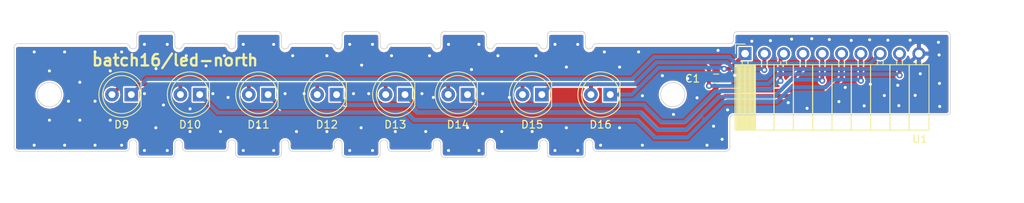
<source format=kicad_pcb>
(kicad_pcb (version 20171130) (host pcbnew "(5.1.6-0-10_14)")
  (layers (0 F.Cu signal) (31 B.Cu signal) (34 B.Paste user) (35 F.Paste user) (36 B.SilkS user) (37 F.SilkS user) (38 B.Mask user) (39 F.Mask user) (44 Edge.Cuts user))
  (net 0 "")
  (net 1 GND)
  (net 2 VCC)
  (net 3 OUT9)
  (net 4 OUT10)
  (net 5 OUT11)
  (net 6 OUT12)
  (net 7 OUT13)
  (net 8 OUT14)
  (net 9 OUT15)
  (net 10 OUT16)
  (module Capacitors_SMD:C_0603_HandSoldering (layer F.Cu) (at 181.2 99.52)
    (fp_text reference C1 (at -3.108 0) (layer F.SilkS))
    (fp_text value C)
    (pad 2 smd rect (at 0.95 0) (size 1.2 0.75) (layers F.Cu F.Paste F.Mask) (net 1 GND))
    (pad 1 smd rect (at -0.95 0) (size 1.2 0.75) (layers F.Cu F.Paste F.Mask) (net 2 VCC))
  )
  (module LEDs:LED_D5.0mm (layer F.Cu) (at 104.27 101.622 180)
    (fp_text reference D9 (at 1.27 -3.96) (layer F.SilkS))
    (fp_text value LED)
    (pad 1 thru_hole rect (at 0 0 180) (size 1.8 1.8) (drill 0.9) (layers *.Cu *.Mask) (net 3 OUT9))
    (pad 2 thru_hole circle (at 2.54 0 180) (size 1.8 1.8) (drill 0.9) (layers *.Cu *.Mask) (net 2 VCC))
  )
  (module LEDs:LED_D5.0mm (layer F.Cu) (at 113.27 101.622 180)
    (fp_text reference D10 (at 1.27 -3.96) (layer F.SilkS))
    (fp_text value LED)
    (pad 2 thru_hole circle (at 2.54 0 180) (size 1.8 1.8) (drill 0.9) (layers *.Cu *.Mask) (net 2 VCC))
    (pad 1 thru_hole rect (at 0 0 180) (size 1.8 1.8) (drill 0.9) (layers *.Cu *.Mask) (net 4 OUT10))
  )
  (module LEDs:LED_D5.0mm (layer F.Cu) (at 122.27 101.622 180)
    (fp_text reference D11 (at 1.27 -3.96) (layer F.SilkS))
    (fp_text value LED)
    (pad 1 thru_hole rect (at 0 0 180) (size 1.8 1.8) (drill 0.9) (layers *.Cu *.Mask) (net 5 OUT11))
    (pad 2 thru_hole circle (at 2.54 0 180) (size 1.8 1.8) (drill 0.9) (layers *.Cu *.Mask) (net 2 VCC))
  )
  (module LEDs:LED_D5.0mm (layer F.Cu) (at 131.27 101.622 180)
    (fp_text reference D12 (at 1.27 -3.96) (layer F.SilkS))
    (fp_text value LED)
    (pad 2 thru_hole circle (at 2.54 0 180) (size 1.8 1.8) (drill 0.9) (layers *.Cu *.Mask) (net 2 VCC))
    (pad 1 thru_hole rect (at 0 0 180) (size 1.8 1.8) (drill 0.9) (layers *.Cu *.Mask) (net 6 OUT12))
  )
  (module LEDs:LED_D5.0mm (layer F.Cu) (at 140.27 101.622 180)
    (fp_text reference D13 (at 1.27 -3.96) (layer F.SilkS))
    (fp_text value LED)
    (pad 1 thru_hole rect (at 0 0 180) (size 1.8 1.8) (drill 0.9) (layers *.Cu *.Mask) (net 7 OUT13))
    (pad 2 thru_hole circle (at 2.54 0 180) (size 1.8 1.8) (drill 0.9) (layers *.Cu *.Mask) (net 2 VCC))
  )
  (module LEDs:LED_D5.0mm (layer F.Cu) (at 148.5 101.622 180)
    (fp_text reference D14 (at 1.27 -3.96) (layer F.SilkS))
    (fp_text value LED)
    (pad 2 thru_hole circle (at 2.54 0 180) (size 1.8 1.8) (drill 0.9) (layers *.Cu *.Mask) (net 2 VCC))
    (pad 1 thru_hole rect (at 0 0 180) (size 1.8 1.8) (drill 0.9) (layers *.Cu *.Mask) (net 8 OUT14))
  )
  (module LEDs:LED_D5.0mm (layer F.Cu) (at 158.27 101.622 180)
    (fp_text reference D15 (at 1.27 -3.96) (layer F.SilkS))
    (fp_text value LED)
    (pad 1 thru_hole rect (at 0 0 180) (size 1.8 1.8) (drill 0.9) (layers *.Cu *.Mask) (net 9 OUT15))
    (pad 2 thru_hole circle (at 2.54 0 180) (size 1.8 1.8) (drill 0.9) (layers *.Cu *.Mask) (net 2 VCC))
  )
  (module LEDs:LED_D5.0mm (layer F.Cu) (at 167.27 101.622 180)
    (fp_text reference D16 (at 1.27 -3.96) (layer F.SilkS))
    (fp_text value LED)
    (pad 2 thru_hole circle (at 2.54 0 180) (size 1.8 1.8) (drill 0.9) (layers *.Cu *.Mask) (net 2 VCC))
    (pad 1 thru_hole rect (at 0 0 180) (size 1.8 1.8) (drill 0.9) (layers *.Cu *.Mask) (net 10 OUT16))
  )
  (module Socket_Strips:Socket_Strip_Angled_1x10_Pitch2.54mm (layer F.Cu) (at 185.005746 96.222 90)
    (fp_text reference U1 (at -11.278 22.994254 180) (layer F.SilkS))
    (fp_text value Conn_02x05)
    (pad 1 thru_hole rect (at 0 0 90) (size 1.7 1.7) (drill 1) (layers *.Cu *.Mask) (net 10 OUT16))
    (pad 2 thru_hole oval (at 0 2.54 90) (size 1.7 1.7) (drill 1) (layers *.Cu *.Mask) (net 9 OUT15))
    (pad 3 thru_hole oval (at 0 5.08 90) (size 1.7 1.7) (drill 1) (layers *.Cu *.Mask) (net 8 OUT14))
    (pad 4 thru_hole oval (at 0 7.62 90) (size 1.7 1.7) (drill 1) (layers *.Cu *.Mask) (net 7 OUT13))
    (pad 5 thru_hole oval (at 0 10.16 90) (size 1.7 1.7) (drill 1) (layers *.Cu *.Mask) (net 6 OUT12))
    (pad 6 thru_hole oval (at 0 12.7 90) (size 1.7 1.7) (drill 1) (layers *.Cu *.Mask) (net 5 OUT11))
    (pad 7 thru_hole oval (at 0 15.24 90) (size 1.7 1.7) (drill 1) (layers *.Cu *.Mask) (net 4 OUT10))
    (pad 8 thru_hole oval (at 0 17.78 90) (size 1.7 1.7) (drill 1) (layers *.Cu *.Mask) (net 3 OUT9))
    (pad 9 thru_hole oval (at 0 20.32 90) (size 1.7 1.7) (drill 1) (layers *.Cu *.Mask) (net 2 VCC))
    (pad 10 thru_hole oval (at 0 22.86 90) (size 1.7 1.7) (drill 1) (layers *.Cu *.Mask) (net 1 GND))
  )
  (gr_line (start 183.5 104.30036) (end 211.5 104.30036) (layer Edge.Cuts) (width 0.1))
  (gr_arc (start 183.5 104.80036) (end 183 104.80036) (angle 90) (layer Edge.Cuts) (width 0.1))
  (gr_line (start 183 104.80036) (end 183 108.60036) (layer Edge.Cuts) (width 0.1))
  (gr_arc (start 182.5 108.60036) (end 183 108.60036) (angle 90) (layer Edge.Cuts) (width 0.1))
  (gr_line (start 183.5 93.8) (end 183.5 94.39964) (layer Edge.Cuts) (width 0.1))
  (gr_line (start 184 93.3) (end 211.5 93.3) (layer Edge.Cuts) (width 0.1))
  (gr_arc (start 184 93.8) (end 183.5 93.8) (angle 90) (layer Edge.Cuts) (width 0.1))
  (gr_arc (start 183 94.39964) (end 183.5 94.39964) (angle 90) (layer Edge.Cuts) (width 0.1))
  (gr_text "batch16/led-north\n" (at 110.02 97.1) (layer F.SilkS) (effects (font (size 1.5 1.5) (thickness 0.3))))
  (gr_arc (start 211.5 103.80036) (end 211.5 104.30036) (angle -90) (layer Edge.Cuts) (width 0.1))
  (gr_circle (center 175.5 101.622) (end 173.9 101.622) (layer Edge.Cuts) (width 0.1))
  (gr_circle (center 93.5 101.622) (end 91.9 101.622) (layer Edge.Cuts) (width 0.1))
  (gr_line (start 212 103.80036) (end 212 93.8) (layer Edge.Cuts) (width 0.1))
  (gr_line (start 165.5 109.10036) (end 182.5 109.10036) (layer Edge.Cuts) (width 0.1))
  (gr_arc (start 165.5 108.60036) (end 165.5 109.10036) (angle 90) (layer Edge.Cuts) (width 0.1))
  (gr_line (start 165 108.10036) (end 165 108.60036) (layer Edge.Cuts) (width 0.1))
  (gr_arc (start 164.5 108.10036) (end 164 108.10036) (angle 180) (layer Edge.Cuts) (width 0.1))
  (gr_line (start 164 109.4) (end 164 108.10036) (layer Edge.Cuts) (width 0.1))
  (gr_arc (start 163.5 109.4) (end 164 109.4) (angle 90) (layer Edge.Cuts) (width 0.1))
  (gr_line (start 159.5 109.9) (end 163.5 109.9) (layer Edge.Cuts) (width 0.1))
  (gr_arc (start 159.5 109.4) (end 159.5 109.9) (angle 90) (layer Edge.Cuts) (width 0.1))
  (gr_line (start 159 108.10036) (end 159 109.4) (layer Edge.Cuts) (width 0.1))
  (gr_arc (start 158.5 108.10036) (end 158 108.10036) (angle 180) (layer Edge.Cuts) (width 0.1))
  (gr_line (start 158 108.60036) (end 158 108.10036) (layer Edge.Cuts) (width 0.1))
  (gr_arc (start 157.5 108.60036) (end 158 108.60036) (angle 90) (layer Edge.Cuts) (width 0.1))
  (gr_line (start 152.5 109.10036) (end 157.5 109.10036) (layer Edge.Cuts) (width 0.1))
  (gr_arc (start 152.5 108.60036) (end 152.5 109.10036) (angle 90) (layer Edge.Cuts) (width 0.1))
  (gr_line (start 152 108.10036) (end 152 108.60036) (layer Edge.Cuts) (width 0.1))
  (gr_arc (start 151.5 108.10036) (end 151 108.10036) (angle 180) (layer Edge.Cuts) (width 0.1))
  (gr_line (start 151 109.400359) (end 151 108.10036) (layer Edge.Cuts) (width 0.1))
  (gr_arc (start 150.5 109.400359) (end 151 109.400359) (angle 90) (layer Edge.Cuts) (width 0.1))
  (gr_line (start 145.5 109.900359) (end 150.5 109.900359) (layer Edge.Cuts) (width 0.1))
  (gr_arc (start 145.5 109.400359) (end 145.5 109.900359) (angle 90) (layer Edge.Cuts) (width 0.1))
  (gr_line (start 145 108.10036) (end 145 109.400359) (layer Edge.Cuts) (width 0.1))
  (gr_arc (start 144.5 108.10036) (end 144 108.10036) (angle 180) (layer Edge.Cuts) (width 0.1))
  (gr_line (start 144 108.60036) (end 144 108.10036) (layer Edge.Cuts) (width 0.1))
  (gr_arc (start 143.5 108.60036) (end 144 108.60036) (angle 90) (layer Edge.Cuts) (width 0.1))
  (gr_line (start 138.5 109.10036) (end 143.5 109.10036) (layer Edge.Cuts) (width 0.1))
  (gr_arc (start 138.5 108.60036) (end 138.5 109.10036) (angle 90) (layer Edge.Cuts) (width 0.1))
  (gr_line (start 138 108.10036) (end 138 108.60036) (layer Edge.Cuts) (width 0.1))
  (gr_arc (start 137.5 108.10036) (end 137 108.10036) (angle 180) (layer Edge.Cuts) (width 0.1))
  (gr_line (start 137 109.4) (end 137 108.10036) (layer Edge.Cuts) (width 0.1))
  (gr_arc (start 136.5 109.4) (end 137 109.4) (angle 90) (layer Edge.Cuts) (width 0.1))
  (gr_line (start 132.5 109.9) (end 136.5 109.9) (layer Edge.Cuts) (width 0.1))
  (gr_arc (start 132.5 109.4) (end 132.5 109.9) (angle 90) (layer Edge.Cuts) (width 0.1))
  (gr_line (start 132 108.10036) (end 132 109.4) (layer Edge.Cuts) (width 0.1))
  (gr_arc (start 131.5 108.10036) (end 131 108.10036) (angle 180) (layer Edge.Cuts) (width 0.1))
  (gr_line (start 131 108.60036) (end 131 108.10036) (layer Edge.Cuts) (width 0.1))
  (gr_arc (start 130.5 108.60036) (end 131 108.60036) (angle 90) (layer Edge.Cuts) (width 0.1))
  (gr_line (start 125.5 109.10036) (end 130.5 109.10036) (layer Edge.Cuts) (width 0.1))
  (gr_arc (start 125.5 108.60036) (end 125.5 109.10036) (angle 89.99999625) (layer Edge.Cuts) (width 0.1))
  (gr_line (start 125 108.10036) (end 125 108.60036) (layer Edge.Cuts) (width 0.1))
  (gr_arc (start 124.5 108.100361) (end 124 108.10036) (angle 179.9999911) (layer Edge.Cuts) (width 0.1))
  (gr_line (start 124 109.400364) (end 124 108.10036) (layer Edge.Cuts) (width 0.1))
  (gr_arc (start 123.5 109.400364) (end 124 109.400364) (angle 90) (layer Edge.Cuts) (width 0.1))
  (gr_line (start 118.5 109.900364) (end 123.5 109.900364) (layer Edge.Cuts) (width 0.1))
  (gr_arc (start 118.5 109.400364) (end 118.5 109.900364) (angle 90) (layer Edge.Cuts) (width 0.1))
  (gr_line (start 118 108.10036) (end 118 109.400364) (layer Edge.Cuts) (width 0.1))
  (gr_arc (start 117.5 108.10036) (end 117 108.10036) (angle 180) (layer Edge.Cuts) (width 0.1))
  (gr_line (start 117 108.60036) (end 117 108.10036) (layer Edge.Cuts) (width 0.1))
  (gr_arc (start 116.5 108.60036) (end 117 108.60036) (angle 90) (layer Edge.Cuts) (width 0.1))
  (gr_line (start 111.5 109.10036) (end 116.5 109.10036) (layer Edge.Cuts) (width 0.1))
  (gr_arc (start 111.5 108.60036) (end 111.5 109.10036) (angle 90) (layer Edge.Cuts) (width 0.1))
  (gr_line (start 111 108.10036) (end 111 108.60036) (layer Edge.Cuts) (width 0.1))
  (gr_arc (start 110.5 108.10036) (end 110 108.10036) (angle 180) (layer Edge.Cuts) (width 0.1))
  (gr_line (start 110 109.4) (end 110 108.10036) (layer Edge.Cuts) (width 0.1))
  (gr_arc (start 109.5 109.4) (end 110 109.4) (angle 90) (layer Edge.Cuts) (width 0.1))
  (gr_line (start 105.5 109.9) (end 109.5 109.9) (layer Edge.Cuts) (width 0.1))
  (gr_arc (start 105.5 109.4) (end 105.5 109.9) (angle 90) (layer Edge.Cuts) (width 0.1))
  (gr_line (start 105 108.10036) (end 105 109.4) (layer Edge.Cuts) (width 0.1))
  (gr_arc (start 104.5 108.10036) (end 104 108.10036) (angle 180) (layer Edge.Cuts) (width 0.1))
  (gr_line (start 104 108.60036) (end 104 108.10036) (layer Edge.Cuts) (width 0.1))
  (gr_arc (start 103.5 108.60036) (end 104 108.60036) (angle 90) (layer Edge.Cuts) (width 0.1))
  (gr_line (start 89.365 109.10036) (end 103.5 109.10036) (layer Edge.Cuts) (width 0.1))
  (gr_arc (start 89.365 108.60036) (end 89.365 109.10036) (angle 90) (layer Edge.Cuts) (width 0.1))
  (gr_line (start 88.865 95.39964) (end 88.865 108.60036) (layer Edge.Cuts) (width 0.1))
  (gr_arc (start 89.365 95.39964) (end 88.865 95.39964) (angle 90) (layer Edge.Cuts) (width 0.1))
  (gr_line (start 103.545747 94.89964) (end 89.365 94.89964) (layer Edge.Cuts) (width 0.1))
  (gr_arc (start 103.545747 95.39964) (end 103.545747 94.89964) (angle 72.60244929) (layer Edge.Cuts) (width 0.1))
  (gr_arc (start 104.5 95.10064) (end 105 95.10064) (angle 162.6024493) (layer Edge.Cuts) (width 0.1))
  (gr_line (start 105 93.8) (end 105 95.10064) (layer Edge.Cuts) (width 0.1))
  (gr_arc (start 105.5 93.8) (end 105 93.8) (angle 90) (layer Edge.Cuts) (width 0.1))
  (gr_line (start 109.5 93.3) (end 105.5 93.3) (layer Edge.Cuts) (width 0.1))
  (gr_arc (start 109.5 93.8) (end 109.5 93.3) (angle 90) (layer Edge.Cuts) (width 0.1))
  (gr_line (start 110 95.10064) (end 110 93.8) (layer Edge.Cuts) (width 0.1))
  (gr_arc (start 110.5 95.10064) (end 110.977127 95.25014) (angle 162.6024493) (layer Edge.Cuts) (width 0.1))
  (gr_arc (start 111.454254 95.39964) (end 110.977127 95.25014) (angle 72.60244929) (layer Edge.Cuts) (width 0.1))
  (gr_line (start 116.545747 94.89964) (end 111.454254 94.89964) (layer Edge.Cuts) (width 0.1))
  (gr_arc (start 116.545747 95.39964) (end 116.545747 94.89964) (angle 72.60244929) (layer Edge.Cuts) (width 0.1))
  (gr_arc (start 117.5 95.10064) (end 118 95.10064) (angle 162.6024404) (layer Edge.Cuts) (width 0.1))
  (gr_line (start 118 93.8) (end 118 95.10064) (layer Edge.Cuts) (width 0.1))
  (gr_arc (start 118.5 93.8) (end 118 93.8) (angle 90) (layer Edge.Cuts) (width 0.1))
  (gr_line (start 123.5 93.3) (end 118.5 93.3) (layer Edge.Cuts) (width 0.1))
  (gr_arc (start 123.5 93.8) (end 123.5 93.3) (angle 90) (layer Edge.Cuts) (width 0.1))
  (gr_line (start 124 95.10064) (end 124 93.8) (layer Edge.Cuts) (width 0.1))
  (gr_arc (start 124.5 95.10064) (end 124.977127 95.25014) (angle 162.6024493) (layer Edge.Cuts) (width 0.1))
  (gr_arc (start 125.454254 95.39964) (end 124.977127 95.25014) (angle 72.60244929) (layer Edge.Cuts) (width 0.1))
  (gr_line (start 130.545747 94.89964) (end 125.454254 94.89964) (layer Edge.Cuts) (width 0.1))
  (gr_arc (start 130.545747 95.39964) (end 130.545747 94.89964) (angle 72.60244929) (layer Edge.Cuts) (width 0.1))
  (gr_arc (start 131.5 95.10064) (end 132 95.10064) (angle 162.6024493) (layer Edge.Cuts) (width 0.1))
  (gr_line (start 132 93.8) (end 132 95.10064) (layer Edge.Cuts) (width 0.1))
  (gr_arc (start 132.5 93.8) (end 132 93.8) (angle 90) (layer Edge.Cuts) (width 0.1))
  (gr_line (start 136.5 93.3) (end 132.5 93.3) (layer Edge.Cuts) (width 0.1))
  (gr_arc (start 136.5 93.8) (end 136.5 93.3) (angle 90) (layer Edge.Cuts) (width 0.1))
  (gr_line (start 137 95.10064) (end 137 93.8) (layer Edge.Cuts) (width 0.1))
  (gr_arc (start 137.5 95.10064) (end 137.977127 95.25014) (angle 162.6024493) (layer Edge.Cuts) (width 0.1))
  (gr_arc (start 138.454254 95.39964) (end 137.977127 95.25014) (angle 72.60244929) (layer Edge.Cuts) (width 0.1))
  (gr_line (start 143.545747 94.89964) (end 138.454254 94.89964) (layer Edge.Cuts) (width 0.1))
  (gr_arc (start 143.545747 95.39964) (end 143.545747 94.89964) (angle 72.60244929) (layer Edge.Cuts) (width 0.1))
  (gr_arc (start 144.5 95.10064) (end 145 95.10064) (angle 162.6024581) (layer Edge.Cuts) (width 0.1))
  (gr_line (start 145 93.8) (end 145 95.10064) (layer Edge.Cuts) (width 0.1))
  (gr_arc (start 145.5 93.8) (end 145 93.8) (angle 90) (layer Edge.Cuts) (width 0.1))
  (gr_line (start 150.5 93.3) (end 145.5 93.3) (layer Edge.Cuts) (width 0.1))
  (gr_arc (start 150.5 93.8) (end 150.5 93.3) (angle 90) (layer Edge.Cuts) (width 0.1))
  (gr_line (start 151 95.10064) (end 151 93.8) (layer Edge.Cuts) (width 0.1))
  (gr_arc (start 151.5 95.10064) (end 151.977127 95.25014) (angle 162.6024581) (layer Edge.Cuts) (width 0.1))
  (gr_arc (start 152.454254 95.39964) (end 151.977127 95.25014) (angle 72.60244929) (layer Edge.Cuts) (width 0.1))
  (gr_line (start 157.545747 94.89964) (end 152.454254 94.89964) (layer Edge.Cuts) (width 0.1))
  (gr_arc (start 157.545747 95.39964) (end 157.545747 94.89964) (angle 72.60244929) (layer Edge.Cuts) (width 0.1))
  (gr_arc (start 158.5 95.10064) (end 159 95.10064) (angle 162.6024493) (layer Edge.Cuts) (width 0.1))
  (gr_line (start 159 93.8) (end 159 95.10064) (layer Edge.Cuts) (width 0.1))
  (gr_arc (start 159.5 93.8) (end 159 93.8) (angle 90) (layer Edge.Cuts) (width 0.1))
  (gr_line (start 163.5 93.3) (end 159.5 93.3) (layer Edge.Cuts) (width 0.1))
  (gr_arc (start 163.5 93.8) (end 163.5 93.3) (angle 90) (layer Edge.Cuts) (width 0.1))
  (gr_line (start 164 95.10064) (end 164 93.8) (layer Edge.Cuts) (width 0.1))
  (gr_arc (start 164.5 95.10064) (end 164.977127 95.25014) (angle 162.6024493) (layer Edge.Cuts) (width 0.1))
  (gr_arc (start 165.454254 95.39964) (end 164.977127 95.25014) (angle 72.60244929) (layer Edge.Cuts) (width 0.1))
  (gr_line (start 183 94.89964) (end 165.454254 94.89964) (layer Edge.Cuts) (width 0.1))
  (gr_arc (start 211.5 93.8) (end 211.5 93.3) (angle 90) (layer Edge.Cuts) (width 0.1))
  (via (at 134.57 97.74) (size 0.8) (drill 0.4) (layers F.Cu B.Cu) (net 1))
  (via (at 114.1 97.84) (size 0.8) (drill 0.4) (layers F.Cu B.Cu) (net 1))
  (via (at 180 108.3) (size 0.8) (drill 0.4) (layers F.Cu B.Cu) (net 1))
  (via (at 171.5 108.3) (size 0.8) (drill 0.4) (layers F.Cu B.Cu) (net 1))
  (via (at 166 108.3) (size 0.8) (drill 0.4) (layers F.Cu B.Cu) (net 1))
  (via (at 168.5 106) (size 0.8) (drill 0.4) (layers F.Cu B.Cu) (net 1))
  (via (at 160 109) (size 0.8) (drill 0.4) (layers F.Cu B.Cu) (net 1))
  (via (at 163 109) (size 0.8) (drill 0.4) (layers F.Cu B.Cu) (net 1))
  (via (at 161.5 106) (size 0.8) (drill 0.4) (layers F.Cu B.Cu) (net 1))
  (via (at 157 106.5) (size 0.8) (drill 0.4) (layers F.Cu B.Cu) (net 1))
  (via (at 153 106.5) (size 0.8) (drill 0.4) (layers F.Cu B.Cu) (net 1))
  (via (at 150 109) (size 0.8) (drill 0.4) (layers F.Cu B.Cu) (net 1))
  (via (at 146 109) (size 0.8) (drill 0.4) (layers F.Cu B.Cu) (net 1))
  (via (at 148.5 106) (size 0.8) (drill 0.4) (layers F.Cu B.Cu) (net 1))
  (via (at 143 106.5) (size 0.8) (drill 0.4) (layers F.Cu B.Cu) (net 1))
  (via (at 139 106.5) (size 0.8) (drill 0.4) (layers F.Cu B.Cu) (net 1))
  (via (at 136 109) (size 0.8) (drill 0.4) (layers F.Cu B.Cu) (net 1))
  (via (at 133 109) (size 0.8) (drill 0.4) (layers F.Cu B.Cu) (net 1))
  (via (at 134.5 106) (size 0.8) (drill 0.4) (layers F.Cu B.Cu) (net 1))
  (via (at 130 106.5) (size 0.8) (drill 0.4) (layers F.Cu B.Cu) (net 1))
  (via (at 126 106.5) (size 0.8) (drill 0.4) (layers F.Cu B.Cu) (net 1))
  (via (at 123 109) (size 0.8) (drill 0.4) (layers F.Cu B.Cu) (net 1))
  (via (at 119 109) (size 0.8) (drill 0.4) (layers F.Cu B.Cu) (net 1))
  (via (at 121 106) (size 0.8) (drill 0.4) (layers F.Cu B.Cu) (net 1))
  (via (at 116 106.5) (size 0.8) (drill 0.4) (layers F.Cu B.Cu) (net 1))
  (via (at 112 106.5) (size 0.8) (drill 0.4) (layers F.Cu B.Cu) (net 1))
  (via (at 109 109) (size 0.8) (drill 0.4) (layers F.Cu B.Cu) (net 1))
  (via (at 106 109) (size 0.8) (drill 0.4) (layers F.Cu B.Cu) (net 1))
  (via (at 107.5 106) (size 0.8) (drill 0.4) (layers F.Cu B.Cu) (net 1))
  (via (at 103 108.3) (size 0.8) (drill 0.4) (layers F.Cu B.Cu) (net 1))
  (via (at 91.5 108.3) (size 0.8) (drill 0.4) (layers F.Cu B.Cu) (net 1))
  (via (at 95.5 108.3) (size 0.8) (drill 0.4) (layers F.Cu B.Cu) (net 1))
  (via (at 99.5 108.3) (size 0.8) (drill 0.4) (layers F.Cu B.Cu) (net 1))
  (via (at 101.5 105) (size 0.8) (drill 0.4) (layers F.Cu B.Cu) (net 1))
  (via (at 97.5 105) (size 0.8) (drill 0.4) (layers F.Cu B.Cu) (net 1))
  (via (at 93.5 105) (size 0.8) (drill 0.4) (layers F.Cu B.Cu) (net 1))
  (via (at 99.5 102.5) (size 0.8) (drill 0.4) (layers F.Cu B.Cu) (net 1))
  (via (at 96 102.5) (size 0.8) (drill 0.4) (layers F.Cu B.Cu) (net 1))
  (via (at 97.5 100) (size 0.8) (drill 0.4) (layers F.Cu B.Cu) (net 1))
  (via (at 91.5 96) (size 0.8) (drill 0.4) (layers F.Cu B.Cu) (net 1))
  (via (at 95.5 96) (size 0.8) (drill 0.4) (layers F.Cu B.Cu) (net 1))
  (via (at 99.5 96) (size 0.8) (drill 0.4) (layers F.Cu B.Cu) (net 1))
  (via (at 103 96) (size 0.8) (drill 0.4) (layers F.Cu B.Cu) (net 1))
  (via (at 93.5 98.5) (size 0.8) (drill 0.4) (layers F.Cu B.Cu) (net 1))
  (via (at 101.5 98.5) (size 0.8) (drill 0.4) (layers F.Cu B.Cu) (net 1))
  (via (at 106 95) (size 0.8) (drill 0.4) (layers F.Cu B.Cu) (net 1))
  (via (at 109 95) (size 0.8) (drill 0.4) (layers F.Cu B.Cu) (net 1))
  (via (at 119 95) (size 0.8) (drill 0.4) (layers F.Cu B.Cu) (net 1))
  (via (at 123 95) (size 0.8) (drill 0.4) (layers F.Cu B.Cu) (net 1))
  (via (at 133 95) (size 0.8) (drill 0.4) (layers F.Cu B.Cu) (net 1))
  (via (at 136 95) (size 0.8) (drill 0.4) (layers F.Cu B.Cu) (net 1))
  (via (at 146 95) (size 0.8) (drill 0.4) (layers F.Cu B.Cu) (net 1))
  (via (at 150 95) (size 0.8) (drill 0.4) (layers F.Cu B.Cu) (net 1))
  (via (at 160 95) (size 0.8) (drill 0.4) (layers F.Cu B.Cu) (net 1))
  (via (at 163 95) (size 0.8) (drill 0.4) (layers F.Cu B.Cu) (net 1))
  (via (at 171 96) (size 0.8) (drill 0.4) (layers F.Cu B.Cu) (net 1))
  (via (at 166.5 96) (size 0.8) (drill 0.4) (layers F.Cu B.Cu) (net 1))
  (via (at 168.5 98) (size 0.8) (drill 0.4) (layers F.Cu B.Cu) (net 1))
  (via (at 161.5 98) (size 0.8) (drill 0.4) (layers F.Cu B.Cu) (net 1))
  (via (at 157.5 96.5) (size 0.8) (drill 0.4) (layers F.Cu B.Cu) (net 1))
  (via (at 152.5 96.5) (size 0.8) (drill 0.4) (layers F.Cu B.Cu) (net 1))
  (via (at 149.02 98.32) (size 0.8) (drill 0.4) (layers F.Cu B.Cu) (net 1))
  (via (at 143.5 96.5) (size 0.8) (drill 0.4) (layers F.Cu B.Cu) (net 1))
  (via (at 138.5 96.5) (size 0.8) (drill 0.4) (layers F.Cu B.Cu) (net 1))
  (via (at 130 96.5) (size 0.8) (drill 0.4) (layers F.Cu B.Cu) (net 1))
  (via (at 125.5 96.5) (size 0.8) (drill 0.4) (layers F.Cu B.Cu) (net 1))
  (via (at 116.5 96.5) (size 0.8) (drill 0.4) (layers F.Cu B.Cu) (net 1))
  (via (at 111.5 96.5) (size 0.8) (drill 0.4) (layers F.Cu B.Cu) (net 1))
  (via (at 107.52 98.2) (size 0.8) (drill 0.4) (layers F.Cu B.Cu) (net 1))
  (via (at 117 102) (size 0.8) (drill 0.4) (layers F.Cu B.Cu) (net 1))
  (via (at 112 103.5) (size 0.8) (drill 0.4) (layers F.Cu B.Cu) (net 1))
  (via (at 127 101.5) (size 0.8) (drill 0.4) (layers F.Cu B.Cu) (net 1))
  (via (at 124.5 101.5) (size 0.8) (drill 0.4) (layers F.Cu B.Cu) (net 1))
  (via (at 106 101.5) (size 0.8) (drill 0.4) (layers F.Cu B.Cu) (net 1))
  (via (at 108.5 103) (size 0.8) (drill 0.4) (layers F.Cu B.Cu) (net 1))
  (via (at 115 101.5) (size 0.8) (drill 0.4) (layers F.Cu B.Cu) (net 1))
  (via (at 133.5 101.5) (size 0.8) (drill 0.4) (layers F.Cu B.Cu) (net 1))
  (via (at 135.5 101.5) (size 0.8) (drill 0.4) (layers F.Cu B.Cu) (net 1))
  (via (at 142.5 101.5) (size 0.8) (drill 0.4) (layers F.Cu B.Cu) (net 1))
  (via (at 144 102) (size 0.8) (drill 0.4) (layers F.Cu B.Cu) (net 1))
  (via (at 150.5 101.5) (size 0.8) (drill 0.4) (layers F.Cu B.Cu) (net 1))
  (via (at 154 102) (size 0.8) (drill 0.4) (layers F.Cu B.Cu) (net 1))
  (segment (start 91.5 96) (end 93.5 98) (width 0.25) (layer F.Cu) (net 1))
  (segment (start 93.5 98) (end 93.5 98.5) (width 0.25) (layer F.Cu) (net 1))
  (segment (start 95.5 96) (end 93.5 98) (width 0.25) (layer F.Cu) (net 1))
  (segment (start 95.5 96) (end 99.5 96) (width 0.25) (layer F.Cu) (net 1))
  (segment (start 99.5 96.5) (end 99.5 96) (width 0.25) (layer F.Cu) (net 1))
  (segment (start 103 97) (end 101.5 98.5) (width 0.25) (layer F.Cu) (net 1))
  (segment (start 103 96) (end 103 97) (width 0.25) (layer F.Cu) (net 1))
  (segment (start 106 95.5) (end 106 95) (width 0.25) (layer F.Cu) (net 1))
  (segment (start 109 95) (end 107.5 96.5) (width 0.25) (layer F.Cu) (net 1))
  (segment (start 107.5 96.5) (end 107.5 97) (width 0.25) (layer F.Cu) (net 1))
  (segment (start 107.5 97) (end 106 95.5) (width 0.25) (layer F.Cu) (net 1))
  (segment (start 107.52 97.02) (end 107.5 97) (width 0.25) (layer F.Cu) (net 1))
  (segment (start 91.5 107.5) (end 93.5 105.5) (width 0.25) (layer F.Cu) (net 1))
  (segment (start 93.5 105.5) (end 93.5 105) (width 0.25) (layer F.Cu) (net 1))
  (segment (start 95.5 107.5) (end 93.5 105.5) (width 0.25) (layer F.Cu) (net 1))
  (segment (start 99.5 107.5) (end 97.5 105.5) (width 0.25) (layer F.Cu) (net 1))
  (segment (start 97.5 105.5) (end 97.5 105) (width 0.25) (layer F.Cu) (net 1))
  (segment (start 95.5 107.5) (end 97.5 105.5) (width 0.25) (layer F.Cu) (net 1))
  (segment (start 97.5 104) (end 96 102.5) (width 0.25) (layer F.Cu) (net 1))
  (segment (start 97.5 105) (end 97.5 104) (width 0.25) (layer F.Cu) (net 1))
  (segment (start 96 101.5) (end 97.5 100) (width 0.25) (layer F.Cu) (net 1))
  (segment (start 96 102.5) (end 96 101.5) (width 0.25) (layer F.Cu) (net 1))
  (segment (start 98 104) (end 97.5 104) (width 0.25) (layer F.Cu) (net 1))
  (segment (start 99.5 102.5) (end 98 104) (width 0.25) (layer F.Cu) (net 1))
  (segment (start 101.5 104.5) (end 101.5 105) (width 0.25) (layer F.Cu) (net 1))
  (segment (start 99.5 102.5) (end 101.5 104.5) (width 0.25) (layer F.Cu) (net 1))
  (segment (start 103 106.5) (end 101.5 105) (width 0.25) (layer F.Cu) (net 1))
  (segment (start 103 108.3) (end 103 107.3) (width 0.25) (layer F.Cu) (net 1))
  (segment (start 102.5 106) (end 101.5 105) (width 0.25) (layer F.Cu) (net 1))
  (segment (start 107.5 106) (end 102.5 106) (width 0.25) (layer F.Cu) (net 1))
  (segment (start 107 101.5) (end 108.5 103) (width 0.25) (layer F.Cu) (net 1))
  (segment (start 106 101.5) (end 107 101.5) (width 0.25) (layer F.Cu) (net 1))
  (segment (start 108.5 105) (end 107.5 106) (width 0.25) (layer F.Cu) (net 1))
  (segment (start 108.5 103) (end 108.5 105) (width 0.25) (layer F.Cu) (net 1))
  (segment (start 103 96) (end 104.48 97.48) (width 0.25) (layer F.Cu) (net 1))
  (segment (start 104.48 97.48) (end 107.52 97.48) (width 0.25) (layer F.Cu) (net 1))
  (segment (start 107.52 97.48) (end 107.52 97.02) (width 0.25) (layer F.Cu) (net 1))
  (segment (start 107.52 98.2) (end 107.52 97.48) (width 0.25) (layer F.Cu) (net 1))
  (segment (start 97.5 100) (end 100 97.5) (width 0.25) (layer F.Cu) (net 1))
  (segment (start 100 97) (end 99.5 96.5) (width 0.25) (layer F.Cu) (net 1))
  (segment (start 100 97.5) (end 100 97) (width 0.25) (layer F.Cu) (net 1))
  (segment (start 101.5 98.5) (end 100 97) (width 0.25) (layer F.Cu) (net 1))
  (segment (start 107.5 109) (end 109 109) (width 0.25) (layer F.Cu) (net 1))
  (segment (start 107.5 106) (end 107.5 109) (width 0.25) (layer F.Cu) (net 1))
  (segment (start 106 109) (end 107.5 109) (width 0.25) (layer F.Cu) (net 1))
  (segment (start 112 106.5) (end 112 103.5) (width 0.25) (layer F.Cu) (net 1))
  (segment (start 111.5 103) (end 112 103.5) (width 0.25) (layer F.Cu) (net 1))
  (segment (start 108.5 103) (end 111.5 103) (width 0.25) (layer F.Cu) (net 1))
  (segment (start 116 107.3) (end 112 107.3) (width 0.25) (layer F.Cu) (net 1))
  (segment (start 109.934315 96.5) (end 111.5 96.5) (width 0.25) (layer F.Cu) (net 1))
  (segment (start 109 95.565685) (end 109.934315 96.5) (width 0.25) (layer F.Cu) (net 1))
  (segment (start 109 95) (end 109 95.565685) (width 0.25) (layer F.Cu) (net 1))
  (segment (start 111.5 96.5) (end 116.5 96.5) (width 0.25) (layer F.Cu) (net 1))
  (segment (start 115 102.277002) (end 115 101.5) (width 0.25) (layer F.Cu) (net 1))
  (segment (start 113.777002 103.5) (end 115 102.277002) (width 0.25) (layer F.Cu) (net 1))
  (segment (start 112 103.5) (end 113.777002 103.5) (width 0.25) (layer F.Cu) (net 1))
  (segment (start 115.5 102) (end 115 101.5) (width 0.25) (layer F.Cu) (net 1))
  (segment (start 117 102) (end 115.5 102) (width 0.25) (layer F.Cu) (net 1))
  (segment (start 120.899999 106.100001) (end 121 106) (width 0.25) (layer F.Cu) (net 1))
  (segment (start 116.399999 106.100001) (end 120.899999 106.100001) (width 0.25) (layer F.Cu) (net 1))
  (segment (start 116 106.5) (end 116.399999 106.100001) (width 0.25) (layer F.Cu) (net 1))
  (segment (start 121 109) (end 123 109) (width 0.25) (layer F.Cu) (net 1))
  (segment (start 121 106) (end 121 109) (width 0.25) (layer F.Cu) (net 1))
  (segment (start 119 109) (end 121 109) (width 0.25) (layer F.Cu) (net 1))
  (segment (start 125.5 106) (end 126 106.5) (width 0.25) (layer F.Cu) (net 1))
  (segment (start 121 106) (end 125.5 106) (width 0.25) (layer F.Cu) (net 1))
  (segment (start 124.5 101.5) (end 127 101.5) (width 0.25) (layer F.Cu) (net 1))
  (segment (start 117.847001 102.847001) (end 117 102) (width 0.25) (layer B.Cu) (net 1))
  (segment (start 123.718684 102.847001) (end 117.847001 102.847001) (width 0.25) (layer B.Cu) (net 1))
  (segment (start 124.5 102.065685) (end 123.718684 102.847001) (width 0.25) (layer B.Cu) (net 1))
  (segment (start 124.5 101.5) (end 124.5 102.065685) (width 0.25) (layer B.Cu) (net 1))
  (segment (start 126 107.3) (end 130 107.3) (width 0.25) (layer F.Cu) (net 1))
  (segment (start 130.5 106) (end 134.5 106) (width 0.25) (layer F.Cu) (net 1))
  (segment (start 130 106.5) (end 130.5 106) (width 0.25) (layer F.Cu) (net 1))
  (segment (start 134.5 106) (end 134.5 109) (width 0.25) (layer F.Cu) (net 1))
  (segment (start 134.5 109) (end 136 109) (width 0.25) (layer F.Cu) (net 1))
  (segment (start 133 109) (end 134.5 109) (width 0.25) (layer F.Cu) (net 1))
  (segment (start 133.5 101.5) (end 135.5 101.5) (width 0.25) (layer F.Cu) (net 1))
  (segment (start 128.141999 102.847001) (end 127 101.705002) (width 0.25) (layer F.Cu) (net 1))
  (segment (start 129.318001 102.847001) (end 128.141999 102.847001) (width 0.25) (layer F.Cu) (net 1))
  (segment (start 129.665002 102.5) (end 129.318001 102.847001) (width 0.25) (layer F.Cu) (net 1))
  (segment (start 129.762998 102.5) (end 129.665002 102.5) (width 0.25) (layer F.Cu) (net 1))
  (segment (start 130.109999 102.847001) (end 129.762998 102.5) (width 0.25) (layer F.Cu) (net 1))
  (segment (start 127 101.705002) (end 127 101.5) (width 0.25) (layer F.Cu) (net 1))
  (segment (start 132.718684 102.847001) (end 130.109999 102.847001) (width 0.25) (layer F.Cu) (net 1))
  (segment (start 133.5 102.065685) (end 132.718684 102.847001) (width 0.25) (layer F.Cu) (net 1))
  (segment (start 133.5 101.5) (end 133.5 102.065685) (width 0.25) (layer F.Cu) (net 1))
  (segment (start 119 95.565685) (end 119 95) (width 0.25) (layer F.Cu) (net 1))
  (segment (start 118.065685 96.5) (end 119 95.565685) (width 0.25) (layer F.Cu) (net 1))
  (segment (start 116.5 96.5) (end 118.065685 96.5) (width 0.25) (layer F.Cu) (net 1))
  (segment (start 119 95) (end 123 95) (width 0.25) (layer F.Cu) (net 1))
  (segment (start 123.934315 96.5) (end 125.5 96.5) (width 0.25) (layer F.Cu) (net 1))
  (segment (start 123 95.565685) (end 123.934315 96.5) (width 0.25) (layer F.Cu) (net 1))
  (segment (start 123 95) (end 123 95.565685) (width 0.25) (layer F.Cu) (net 1))
  (segment (start 125.5 96.5) (end 130 96.5) (width 0.25) (layer F.Cu) (net 1))
  (segment (start 132.065685 96.5) (end 133 95.565685) (width 0.25) (layer F.Cu) (net 1))
  (segment (start 133 95.565685) (end 133 95) (width 0.25) (layer F.Cu) (net 1))
  (segment (start 130 96.5) (end 132.065685 96.5) (width 0.25) (layer F.Cu) (net 1))
  (segment (start 133 95) (end 136 95) (width 0.25) (layer F.Cu) (net 1))
  (segment (start 136 95.565685) (end 136.934315 96.5) (width 0.25) (layer F.Cu) (net 1))
  (segment (start 136.934315 96.5) (end 138.5 96.5) (width 0.25) (layer F.Cu) (net 1))
  (segment (start 136 95) (end 136 95.565685) (width 0.25) (layer F.Cu) (net 1))
  (segment (start 138.5 96.5) (end 143.5 96.5) (width 0.25) (layer F.Cu) (net 1))
  (segment (start 146 95.565685) (end 146 95) (width 0.25) (layer F.Cu) (net 1))
  (segment (start 145.065685 96.5) (end 146 95.565685) (width 0.25) (layer F.Cu) (net 1))
  (segment (start 143.5 96.5) (end 145.065685 96.5) (width 0.25) (layer F.Cu) (net 1))
  (segment (start 150 95) (end 146 95) (width 0.25) (layer F.Cu) (net 1))
  (segment (start 150 97.34) (end 149.02 98.32) (width 0.25) (layer F.Cu) (net 1))
  (segment (start 152.5 96.5) (end 150 96.5) (width 0.25) (layer F.Cu) (net 1))
  (segment (start 150 96.5) (end 150 97.34) (width 0.25) (layer F.Cu) (net 1))
  (segment (start 150 95) (end 150 96.5) (width 0.25) (layer F.Cu) (net 1))
  (segment (start 149.718684 102.847001) (end 144.847001 102.847001) (width 0.25) (layer F.Cu) (net 1))
  (segment (start 150.5 102.065685) (end 149.718684 102.847001) (width 0.25) (layer F.Cu) (net 1))
  (segment (start 144.847001 102.847001) (end 144 102) (width 0.25) (layer F.Cu) (net 1))
  (segment (start 150.5 101.5) (end 150.5 102.065685) (width 0.25) (layer F.Cu) (net 1))
  (segment (start 143 102) (end 142.5 101.5) (width 0.25) (layer F.Cu) (net 1))
  (segment (start 144 102) (end 143 102) (width 0.25) (layer F.Cu) (net 1))
  (segment (start 153.5 101.5) (end 154 102) (width 0.25) (layer F.Cu) (net 1))
  (segment (start 150.5 101.5) (end 153.5 101.5) (width 0.25) (layer F.Cu) (net 1))
  (segment (start 146 108.5) (end 146 109) (width 0.25) (layer F.Cu) (net 1))
  (segment (start 148.5 106) (end 146 108.5) (width 0.25) (layer F.Cu) (net 1))
  (segment (start 143 107.3) (end 139 107.3) (width 0.25) (layer F.Cu) (net 1))
  (segment (start 134.600001 106.100001) (end 134.5 106) (width 0.25) (layer F.Cu) (net 1))
  (segment (start 138.600001 106.100001) (end 134.600001 106.100001) (width 0.25) (layer F.Cu) (net 1))
  (segment (start 139 106.5) (end 138.600001 106.100001) (width 0.25) (layer F.Cu) (net 1))
  (segment (start 143.5 106) (end 148.5 106) (width 0.25) (layer F.Cu) (net 1))
  (segment (start 143 106.5) (end 143.5 106) (width 0.25) (layer F.Cu) (net 1))
  (segment (start 148.5 107.5) (end 150 109) (width 0.25) (layer F.Cu) (net 1))
  (segment (start 148.5 106) (end 148.5 107.5) (width 0.25) (layer F.Cu) (net 1))
  (segment (start 152.5 106) (end 148.5 106) (width 0.25) (layer F.Cu) (net 1))
  (segment (start 153 106.5) (end 152.5 106) (width 0.25) (layer F.Cu) (net 1))
  (segment (start 153 107.3) (end 157 107.3) (width 0.25) (layer F.Cu) (net 1))
  (segment (start 157.5 106) (end 161.5 106) (width 0.25) (layer F.Cu) (net 1))
  (segment (start 157 106.5) (end 157.5 106) (width 0.25) (layer F.Cu) (net 1))
  (segment (start 161.5 107.5) (end 160 109) (width 0.25) (layer F.Cu) (net 1))
  (segment (start 161.5 106) (end 161.5 107.5) (width 0.25) (layer F.Cu) (net 1))
  (segment (start 163 109) (end 161.5 107.5) (width 0.25) (layer F.Cu) (net 1))
  (segment (start 167.5 106) (end 166 107.5) (width 0.25) (layer F.Cu) (net 1))
  (segment (start 168.5 106) (end 167.5 106) (width 0.25) (layer F.Cu) (net 1))
  (segment (start 170 107.5) (end 168.5 106) (width 0.25) (layer F.Cu) (net 1))
  (segment (start 171.5 108.3) (end 170 108.3) (width 0.25) (layer F.Cu) (net 1))
  (segment (start 152.5 96.5) (end 157.5 96.5) (width 0.25) (layer F.Cu) (net 1))
  (segment (start 160 96.5) (end 161.5 98) (width 0.25) (layer F.Cu) (net 1))
  (segment (start 157.5 96.5) (end 160 96.5) (width 0.25) (layer F.Cu) (net 1))
  (segment (start 160 95) (end 160 96.5) (width 0.25) (layer F.Cu) (net 1))
  (segment (start 160 95) (end 163 95) (width 0.25) (layer F.Cu) (net 1))
  (segment (start 166.100001 96.399999) (end 166.5 96) (width 0.25) (layer F.Cu) (net 1))
  (segment (start 163 95.565685) (end 163.834314 96.399999) (width 0.25) (layer F.Cu) (net 1))
  (segment (start 163.834314 96.399999) (end 166.100001 96.399999) (width 0.25) (layer F.Cu) (net 1))
  (segment (start 163 95) (end 163 95.565685) (width 0.25) (layer F.Cu) (net 1))
  (segment (start 168.5 98) (end 166.5 96) (width 0.25) (layer F.Cu) (net 1))
  (segment (start 170.5 96) (end 171 96) (width 0.25) (layer F.Cu) (net 1))
  (segment (start 168.5 98) (end 170.5 96) (width 0.25) (layer F.Cu) (net 1))
  (segment (start 136.603001 100.396999) (end 135.5 101.5) (width 0.25) (layer B.Cu) (net 1))
  (segment (start 141.396999 100.396999) (end 136.603001 100.396999) (width 0.25) (layer B.Cu) (net 1))
  (segment (start 142.5 101.5) (end 141.396999 100.396999) (width 0.25) (layer B.Cu) (net 1))
  (segment (start 180 108.3) (end 171.5 108.3) (width 0.25) (layer F.Cu) (net 1))
  (segment (start 170 108.3) (end 170 107.5) (width 0.25) (layer F.Cu) (net 1))
  (segment (start 164.5 106) (end 161.5 106) (width 0.25) (layer F.Cu) (net 1))
  (segment (start 166 107.5) (end 164.5 106) (width 0.25) (layer F.Cu) (net 1))
  (segment (start 166 108.3) (end 166 107.5) (width 0.25) (layer F.Cu) (net 1))
  (segment (start 157 106.5) (end 157 107.3) (width 0.25) (layer F.Cu) (net 1))
  (segment (start 153 107.3) (end 153 106.5) (width 0.25) (layer F.Cu) (net 1))
  (segment (start 143 106.5) (end 143 107.3) (width 0.25) (layer F.Cu) (net 1))
  (segment (start 139 107.3) (end 139 106.5) (width 0.25) (layer F.Cu) (net 1))
  (segment (start 130 106.5) (end 130 107.3) (width 0.25) (layer F.Cu) (net 1))
  (segment (start 126 106.5) (end 126 107.3) (width 0.25) (layer F.Cu) (net 1))
  (segment (start 116 106.5) (end 116 107.3) (width 0.25) (layer F.Cu) (net 1))
  (segment (start 112 106.5) (end 112 107.3) (width 0.25) (layer F.Cu) (net 1))
  (segment (start 103 106.5) (end 103 107.3) (width 0.25) (layer F.Cu) (net 1))
  (segment (start 99.5 107.5) (end 99.5 108.3) (width 0.25) (layer F.Cu) (net 1))
  (segment (start 95.5 107.5) (end 95.5 108.3) (width 0.25) (layer F.Cu) (net 1))
  (segment (start 91.5 107.5) (end 91.5 108.3) (width 0.25) (layer F.Cu) (net 1))
  (via (at 171.5 101.78) (size 0.8) (drill 0.4) (layers F.Cu B.Cu) (net 1))
  (via (at 174.13 99.13) (size 0.8) (drill 0.4) (layers F.Cu B.Cu) (net 1))
  (via (at 175.59 104.24) (size 0.8) (drill 0.4) (layers F.Cu B.Cu) (net 1))
  (via (at 177.46 99.5) (size 0.8) (drill 0.4) (layers F.Cu B.Cu) (net 1))
  (segment (start 183.214171 99.52) (end 183.64616 99.088011) (width 0.508) (layer F.Cu) (net 1))
  (via (at 183.64616 99.088011) (size 0.8) (drill 0.4) (layers F.Cu B.Cu) (net 1))
  (segment (start 182.15 99.52) (end 183.214171 99.52) (width 0.508) (layer F.Cu) (net 1))
  (segment (start 187.78199 99.48801) (end 189.035989 98.234011) (width 0.508) (layer B.Cu) (net 1))
  (segment (start 184.046159 99.48801) (end 187.78199 99.48801) (width 0.508) (layer B.Cu) (net 1))
  (segment (start 183.64616 99.088011) (end 184.046159 99.48801) (width 0.508) (layer B.Cu) (net 1))
  (segment (start 205.853735 98.234011) (end 207.865746 96.222) (width 0.508) (layer B.Cu) (net 1))
  (segment (start 189.035989 98.234011) (end 205.853735 98.234011) (width 0.508) (layer B.Cu) (net 1))
  (via (at 180.86 105.79) (size 0.8) (drill 0.4) (layers F.Cu B.Cu) (net 1))
  (via (at 181.99 107.52) (size 0.8) (drill 0.4) (layers F.Cu B.Cu) (net 1))
  (via (at 182.7 103.64) (size 0.8) (drill 0.4) (layers F.Cu B.Cu) (net 1))
  (via (at 190.68 102.69) (size 0.8) (drill 0.4) (layers F.Cu B.Cu) (net 1))
  (via (at 193.16 103.43) (size 0.8) (drill 0.4) (layers F.Cu B.Cu) (net 1))
  (via (at 197.35 102.55) (size 0.8) (drill 0.4) (layers F.Cu B.Cu) (net 1))
  (via (at 198.18 100.68) (size 0.8) (drill 0.4) (layers F.Cu B.Cu) (net 1))
  (via (at 200.67 103.11) (size 0.8) (drill 0.4) (layers F.Cu B.Cu) (net 1))
  (via (at 201.48 100.26) (size 0.8) (drill 0.4) (layers F.Cu B.Cu) (net 1))
  (via (at 203.32 101.75) (size 0.8) (drill 0.4) (layers F.Cu B.Cu) (net 1))
  (via (at 205.09 100.4) (size 0.8) (drill 0.4) (layers F.Cu B.Cu) (net 1))
  (via (at 205.23 103.08) (size 0.8) (drill 0.4) (layers F.Cu B.Cu) (net 1))
  (via (at 207.38 101.73) (size 0.8) (drill 0.4) (layers F.Cu B.Cu) (net 1))
  (via (at 210.61 103.19) (size 0.8) (drill 0.4) (layers F.Cu B.Cu) (net 1))
  (via (at 210.58 100.15) (size 0.8) (drill 0.4) (layers F.Cu B.Cu) (net 1))
  (via (at 208.05 98.88) (size 0.8) (drill 0.4) (layers F.Cu B.Cu) (net 1))
  (via (at 210.53 96.4) (size 0.8) (drill 0.4) (layers F.Cu B.Cu) (net 1))
  (via (at 210.44 94.73) (size 0.8) (drill 0.4) (layers F.Cu B.Cu) (net 1))
  (via (at 206.72 94.45) (size 0.8) (drill 0.4) (layers F.Cu B.Cu) (net 1))
  (via (at 203.79 94.45) (size 0.8) (drill 0.4) (layers F.Cu B.Cu) (net 1))
  (via (at 201.39 94.4) (size 0.8) (drill 0.4) (layers F.Cu B.Cu) (net 1))
  (via (at 198.97 94.48) (size 0.8) (drill 0.4) (layers F.Cu B.Cu) (net 1))
  (via (at 196.09 94.37) (size 0.8) (drill 0.4) (layers F.Cu B.Cu) (net 1))
  (via (at 193.78 94.25) (size 0.8) (drill 0.4) (layers F.Cu B.Cu) (net 1))
  (via (at 191.13 94.31) (size 0.8) (drill 0.4) (layers F.Cu B.Cu) (net 1))
  (via (at 188.34 94.51) (size 0.8) (drill 0.4) (layers F.Cu B.Cu) (net 1))
  (via (at 185.89 94.59) (size 0.8) (drill 0.4) (layers F.Cu B.Cu) (net 1))
  (via (at 181.45 95.8) (size 0.8) (drill 0.4) (layers F.Cu B.Cu) (net 1))
  (via (at 178.69 102.05) (size 0.8) (drill 0.4) (layers F.Cu B.Cu) (net 1))
  (segment (start 103.084001 100.267999) (end 101.73 101.622) (width 0.508) (layer F.Cu) (net 2))
  (segment (start 110.73 100.452) (end 110.914001 100.267999) (width 0.508) (layer F.Cu) (net 2))
  (segment (start 110.73 101.622) (end 110.73 100.452) (width 0.508) (layer F.Cu) (net 2))
  (segment (start 110.914001 100.267999) (end 103.084001 100.267999) (width 0.508) (layer F.Cu) (net 2))
  (segment (start 119.73 100.273998) (end 119.724001 100.267999) (width 0.508) (layer F.Cu) (net 2))
  (segment (start 119.73 101.622) (end 119.73 100.273998) (width 0.508) (layer F.Cu) (net 2))
  (segment (start 119.724001 100.267999) (end 110.914001 100.267999) (width 0.508) (layer F.Cu) (net 2))
  (segment (start 128.73 100.433998) (end 128.564001 100.267999) (width 0.508) (layer F.Cu) (net 2))
  (segment (start 128.73 101.622) (end 128.73 100.433998) (width 0.508) (layer F.Cu) (net 2))
  (segment (start 128.564001 100.267999) (end 119.724001 100.267999) (width 0.508) (layer F.Cu) (net 2))
  (segment (start 145.96 100.422) (end 145.805999 100.267999) (width 0.508) (layer F.Cu) (net 2))
  (segment (start 145.96 101.622) (end 145.96 100.422) (width 0.508) (layer F.Cu) (net 2))
  (segment (start 155.73 100.373998) (end 155.624001 100.267999) (width 0.508) (layer F.Cu) (net 2))
  (segment (start 155.73 101.622) (end 155.73 100.373998) (width 0.508) (layer F.Cu) (net 2))
  (segment (start 155.624001 100.267999) (end 145.805999 100.267999) (width 0.508) (layer F.Cu) (net 2))
  (segment (start 164.73 100.492) (end 164.954001 100.267999) (width 0.508) (layer F.Cu) (net 2))
  (segment (start 164.73 101.622) (end 164.73 100.492) (width 0.508) (layer F.Cu) (net 2))
  (segment (start 164.954001 100.267999) (end 155.624001 100.267999) (width 0.508) (layer F.Cu) (net 2))
  (segment (start 137.73 100.27) (end 137.732001 100.267999) (width 0.508) (layer F.Cu) (net 2))
  (segment (start 137.732001 100.267999) (end 128.564001 100.267999) (width 0.508) (layer F.Cu) (net 2))
  (segment (start 137.73 101.622) (end 137.73 100.27) (width 0.508) (layer F.Cu) (net 2))
  (segment (start 145.805999 100.267999) (end 137.732001 100.267999) (width 0.508) (layer F.Cu) (net 2))
  (segment (start 179.782 97.832) (end 180.25 98.3) (width 0.508) (layer F.Cu) (net 2))
  (segment (start 173.42 97.832) (end 179.782 97.832) (width 0.508) (layer F.Cu) (net 2))
  (segment (start 170.984001 100.267999) (end 173.42 97.832) (width 0.508) (layer F.Cu) (net 2))
  (segment (start 180.25 98.3) (end 180.25 99.52) (width 0.508) (layer F.Cu) (net 2))
  (segment (start 164.954001 100.267999) (end 170.984001 100.267999) (width 0.508) (layer F.Cu) (net 2))
  (via (at 180.26 100.48) (size 0.8) (drill 0.4) (layers F.Cu B.Cu) (net 2))
  (segment (start 180.25 100.47) (end 180.26 100.48) (width 0.508) (layer F.Cu) (net 2))
  (segment (start 180.25 99.52) (end 180.25 100.47) (width 0.508) (layer F.Cu) (net 2))
  (segment (start 180.26 100.48) (end 183.95602 100.48) (width 0.508) (layer B.Cu) (net 2))
  (segment (start 184.24 100.19602) (end 188.075256 100.19602) (width 0.508) (layer B.Cu) (net 2))
  (segment (start 183.95602 100.48) (end 184.24 100.19602) (width 0.508) (layer B.Cu) (net 2))
  (segment (start 188.075256 100.19602) (end 189.329255 98.942021) (width 0.508) (layer B.Cu) (net 2))
  (segment (start 189.329255 98.942021) (end 204.03 98.942021) (width 0.508) (layer B.Cu) (net 2))
  (via (at 205.34 99.088011) (size 0.8) (drill 0.4) (layers F.Cu B.Cu) (net 2))
  (segment (start 205.19401 98.942021) (end 205.34 99.088011) (width 0.508) (layer B.Cu) (net 2))
  (segment (start 204.03 98.942021) (end 205.19401 98.942021) (width 0.508) (layer B.Cu) (net 2))
  (segment (start 205.34 96.236254) (end 205.325746 96.222) (width 0.508) (layer F.Cu) (net 2))
  (segment (start 205.34 99.088011) (end 205.34 96.236254) (width 0.508) (layer F.Cu) (net 2))
  (segment (start 170.159457 99.559989) (end 173.053466 96.66598) (width 0.508) (layer B.Cu) (net 3))
  (segment (start 106.332011 99.559989) (end 170.159457 99.559989) (width 0.508) (layer B.Cu) (net 3))
  (segment (start 104.27 101.622) (end 106.332011 99.559989) (width 0.508) (layer B.Cu) (net 3))
  (segment (start 201.481745 97.526001) (end 202.785746 96.222) (width 0.508) (layer B.Cu) (net 3))
  (segment (start 183.792545 97.526001) (end 201.481745 97.526001) (width 0.508) (layer B.Cu) (net 3))
  (segment (start 182.932524 96.66598) (end 183.792545 97.526001) (width 0.508) (layer B.Cu) (net 3))
  (segment (start 173.053466 96.66598) (end 182.932524 96.66598) (width 0.508) (layer B.Cu) (net 3))
  (segment (start 179.62 104.864555) (end 179.62 104.864552) (width 0.508) (layer B.Cu) (net 4))
  (segment (start 170.82 105) (end 141.47 105) (width 0.508) (layer B.Cu) (net 4))
  (segment (start 179.73 104.99) (end 177.43 107.29) (width 0.508) (layer B.Cu) (net 4))
  (segment (start 115.648 104) (end 113.27 101.622) (width 0.508) (layer B.Cu) (net 4))
  (segment (start 173.11 107.29) (end 170.82 105) (width 0.508) (layer B.Cu) (net 4))
  (segment (start 140.47 104) (end 115.648 104) (width 0.508) (layer B.Cu) (net 4))
  (segment (start 141.47 105) (end 140.47 104) (width 0.508) (layer B.Cu) (net 4))
  (segment (start 177.43 107.29) (end 173.11 107.29) (width 0.508) (layer B.Cu) (net 4))
  (segment (start 179.73 104.99) (end 182.11597 102.60403) (width 0.508) (layer B.Cu) (net 4))
  (segment (start 189.137247 102.60403) (end 189.55199 102.189286) (width 0.508) (layer B.Cu) (net 4))
  (segment (start 182.11597 102.60403) (end 189.137247 102.60403) (width 0.508) (layer B.Cu) (net 4))
  (segment (start 189.55199 102.189286) (end 191.091254 100.650022) (width 0.508) (layer B.Cu) (net 4))
  (segment (start 195.629978 100.650022) (end 196.629969 99.650031) (width 0.508) (layer B.Cu) (net 4))
  (segment (start 191.091254 100.650022) (end 195.629978 100.650022) (width 0.508) (layer B.Cu) (net 4))
  (segment (start 196.629969 99.650031) (end 199.79 99.650031) (width 0.508) (layer B.Cu) (net 4))
  (via (at 200.24 99.796021) (size 0.8) (drill 0.4) (layers F.Cu B.Cu) (net 4))
  (segment (start 200.09401 99.650031) (end 200.24 99.796021) (width 0.508) (layer B.Cu) (net 4))
  (segment (start 199.79 99.650031) (end 200.09401 99.650031) (width 0.508) (layer B.Cu) (net 4))
  (segment (start 200.24 96.227746) (end 200.245746 96.222) (width 0.508) (layer F.Cu) (net 4))
  (segment (start 200.24 99.796021) (end 200.24 96.227746) (width 0.508) (layer F.Cu) (net 4))
  (segment (start 141.67 104.48) (end 140.68 103.49) (width 0.508) (layer F.Cu) (net 5))
  (segment (start 177.44 106.78) (end 173.33 106.78) (width 0.508) (layer F.Cu) (net 5))
  (segment (start 173.33 106.78) (end 171.03 104.48) (width 0.508) (layer F.Cu) (net 5))
  (segment (start 171.03 104.48) (end 141.67 104.48) (width 0.508) (layer F.Cu) (net 5))
  (segment (start 179.74 104.48) (end 177.44 106.78) (width 0.508) (layer F.Cu) (net 5))
  (segment (start 124.138 103.49) (end 122.27 101.622) (width 0.508) (layer F.Cu) (net 5))
  (segment (start 140.68 103.49) (end 124.138 103.49) (width 0.508) (layer F.Cu) (net 5))
  (segment (start 179.74 104.48) (end 179.74 104.44) (width 0.508) (layer F.Cu) (net 5))
  (segment (start 179.74 104.48) (end 179.74 104.43) (width 0.508) (layer F.Cu) (net 5))
  (segment (start 179.74 104.45) (end 182.38199 101.80801) (width 0.508) (layer F.Cu) (net 5))
  (segment (start 179.74 104.48) (end 179.74 104.45) (width 0.508) (layer F.Cu) (net 5))
  (segment (start 182.38199 101.80801) (end 195.32199 101.80801) (width 0.508) (layer F.Cu) (net 5))
  (segment (start 197.705746 99.424254) (end 197.705746 96.222) (width 0.508) (layer F.Cu) (net 5))
  (segment (start 195.32199 101.80801) (end 197.705746 99.424254) (width 0.508) (layer F.Cu) (net 5))
  (segment (start 132.624001 102.976001) (end 131.27 101.622) (width 0.508) (layer B.Cu) (net 6))
  (segment (start 141.87 103.96) (end 140.886001 102.976001) (width 0.508) (layer B.Cu) (net 6))
  (segment (start 177.213275 106.27) (end 173.54 106.27) (width 0.508) (layer B.Cu) (net 6))
  (segment (start 140.886001 102.976001) (end 132.624001 102.976001) (width 0.508) (layer B.Cu) (net 6))
  (segment (start 173.54 106.27) (end 171.23 103.96) (width 0.508) (layer B.Cu) (net 6))
  (segment (start 179.523275 103.96) (end 177.213275 106.27) (width 0.508) (layer B.Cu) (net 6))
  (segment (start 171.23 103.96) (end 141.87 103.96) (width 0.508) (layer B.Cu) (net 6))
  (segment (start 179.523275 103.96) (end 181.587255 101.89602) (width 0.508) (layer B.Cu) (net 6))
  (segment (start 181.587255 101.89602) (end 184.542554 101.89602) (width 0.508) (layer B.Cu) (net 6))
  (segment (start 188.84398 101.89602) (end 191.089969 99.650031) (width 0.508) (layer B.Cu) (net 6))
  (segment (start 184.542554 101.89602) (end 188.84398 101.89602) (width 0.508) (layer B.Cu) (net 6))
  (segment (start 191.089969 99.650031) (end 194.53 99.650031) (width 0.508) (layer B.Cu) (net 6))
  (via (at 195.16 99.796021) (size 0.8) (drill 0.4) (layers F.Cu B.Cu) (net 6))
  (segment (start 195.01401 99.650031) (end 195.16 99.796021) (width 0.508) (layer B.Cu) (net 6))
  (segment (start 194.53 99.650031) (end 195.01401 99.650031) (width 0.508) (layer B.Cu) (net 6))
  (segment (start 195.16 96.227746) (end 195.165746 96.222) (width 0.508) (layer F.Cu) (net 6))
  (segment (start 195.16 99.796021) (end 195.16 96.227746) (width 0.508) (layer F.Cu) (net 6))
  (segment (start 142.128 103.48) (end 171.5 103.48) (width 0.508) (layer F.Cu) (net 7))
  (segment (start 173.78 105.76) (end 177.24 105.76) (width 0.508) (layer F.Cu) (net 7))
  (segment (start 171.5 103.48) (end 173.78 105.76) (width 0.508) (layer F.Cu) (net 7))
  (segment (start 140.27 101.622) (end 142.128 103.48) (width 0.508) (layer F.Cu) (net 7))
  (segment (start 177.24 105.76) (end 181.9 101.1) (width 0.508) (layer F.Cu) (net 7))
  (segment (start 192.625746 98.117191) (end 192.625746 96.222) (width 0.508) (layer F.Cu) (net 7))
  (segment (start 189.642937 101.1) (end 192.625746 98.117191) (width 0.508) (layer F.Cu) (net 7))
  (segment (start 181.9 101.1) (end 189.642937 101.1) (width 0.508) (layer F.Cu) (net 7))
  (segment (start 148.5 101.622) (end 148.55 101.622) (width 0.508) (layer B.Cu) (net 8))
  (segment (start 149.854001 102.976001) (end 148.5 101.622) (width 0.508) (layer B.Cu) (net 8))
  (segment (start 177.013922 105.25) (end 173.986078 105.25) (width 0.508) (layer B.Cu) (net 8))
  (segment (start 173.986078 105.25) (end 171.712079 102.976001) (width 0.508) (layer B.Cu) (net 8))
  (segment (start 179.337921 102.926001) (end 177.013922 105.25) (width 0.508) (layer B.Cu) (net 8))
  (segment (start 171.712079 102.976001) (end 149.854001 102.976001) (width 0.508) (layer B.Cu) (net 8))
  (segment (start 179.337921 102.926001) (end 181.075912 101.18801) (width 0.508) (layer B.Cu) (net 8))
  (segment (start 181.075912 101.18801) (end 182.7 101.18801) (width 0.508) (layer B.Cu) (net 8))
  (segment (start 184.249287 101.18801) (end 184.533267 100.90403) (width 0.508) (layer B.Cu) (net 8))
  (segment (start 182.7 101.18801) (end 184.249287 101.18801) (width 0.508) (layer B.Cu) (net 8))
  (segment (start 188.368523 100.90403) (end 188.783266 100.489286) (width 0.508) (layer B.Cu) (net 8))
  (segment (start 184.533267 100.90403) (end 188.368523 100.90403) (width 0.508) (layer B.Cu) (net 8))
  (via (at 189.666497 99.812518) (size 0.8) (drill 0.4) (layers F.Cu B.Cu) (net 8))
  (segment (start 189.460034 99.812518) (end 189.666497 99.812518) (width 0.508) (layer B.Cu) (net 8))
  (segment (start 188.783266 100.489286) (end 189.460034 99.812518) (width 0.508) (layer B.Cu) (net 8))
  (segment (start 189.666497 96.641249) (end 190.085746 96.222) (width 0.508) (layer F.Cu) (net 8))
  (segment (start 189.666497 99.812518) (end 189.666497 96.641249) (width 0.508) (layer F.Cu) (net 8))
  (segment (start 158.27 101.622) (end 159.624001 100.267999) (width 0.508) (layer B.Cu) (net 9))
  (segment (start 170.452725 100.267999) (end 173.346733 97.37399) (width 0.508) (layer B.Cu) (net 9))
  (segment (start 173.346733 97.37399) (end 177.759013 97.37399) (width 0.508) (layer B.Cu) (net 9))
  (segment (start 159.624001 100.267999) (end 170.452725 100.267999) (width 0.508) (layer B.Cu) (net 9))
  (segment (start 182.639258 97.37399) (end 183.499278 98.234011) (width 0.508) (layer B.Cu) (net 9))
  (segment (start 177.759013 97.37399) (end 182.639258 97.37399) (width 0.508) (layer B.Cu) (net 9))
  (segment (start 183.499278 98.234011) (end 186.05 98.234011) (width 0.508) (layer B.Cu) (net 9))
  (segment (start 187.39401 98.234011) (end 187.54 98.380001) (width 0.508) (layer B.Cu) (net 9))
  (via (at 187.54 98.380001) (size 0.8) (drill 0.4) (layers F.Cu B.Cu) (net 9))
  (segment (start 186.05 98.234011) (end 187.39401 98.234011) (width 0.508) (layer B.Cu) (net 9))
  (segment (start 187.54 96.227746) (end 187.545746 96.222) (width 0.508) (layer F.Cu) (net 9))
  (segment (start 187.54 98.380001) (end 187.54 96.227746) (width 0.508) (layer F.Cu) (net 9))
  (segment (start 167.27 101.622) (end 170.1 101.622) (width 0.508) (layer B.Cu) (net 10))
  (segment (start 170.1 101.622) (end 173.64 98.082) (width 0.508) (layer B.Cu) (net 10))
  (segment (start 173.64 98.082) (end 177.465746 98.082) (width 0.508) (layer B.Cu) (net 10))
  (via (at 182.248764 98.22799) (size 0.8) (drill 0.4) (layers F.Cu B.Cu) (net 10))
  (segment (start 182.102774 98.082) (end 182.248764 98.22799) (width 0.508) (layer B.Cu) (net 10))
  (segment (start 177.465746 98.082) (end 182.102774 98.082) (width 0.508) (layer B.Cu) (net 10))
  (segment (start 182.999756 98.22799) (end 185.005746 96.222) (width 0.508) (layer F.Cu) (net 10))
  (segment (start 182.248764 98.22799) (end 182.999756 98.22799) (width 0.508) (layer F.Cu) (net 10))
  (zone (net 1) (net_name GND) (layer B.Cu) (connect_pads (clearance 0.2)) (min_thickness 0.254) (fill yes (arc_segments 32) (thermal_gap 0.508) (thermal_bridge_width 0.508))
    (polygon (pts (xy 88 110.5) (xy 213.5 110.5) (xy 213.5 92.5) (xy 88 92.5)))
  )
  (zone (net 1) (net_name GND) (layer F.Cu) (connect_pads (clearance 0.2)) (min_thickness 0.254) (fill yes (arc_segments 32) (thermal_gap 0.508) (thermal_bridge_width 0.508))
    (polygon (pts (xy 87 111.5) (xy 214.5 111.5) (xy 214.5 91.5) (xy 87 91.5)))
  )
)
</source>
